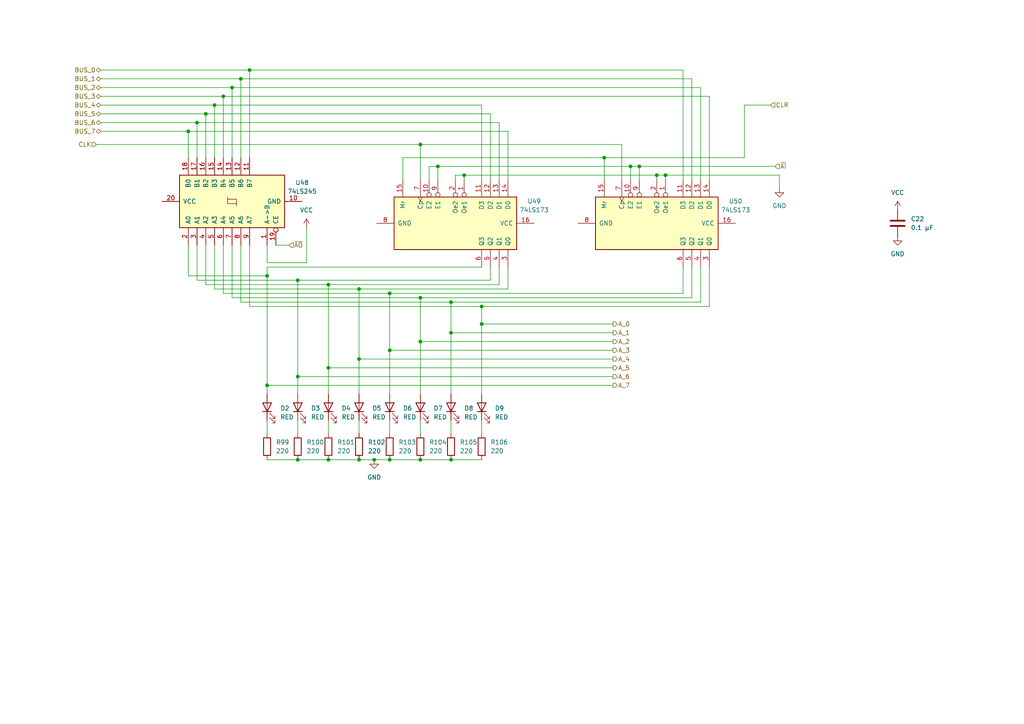
<source format=kicad_sch>
(kicad_sch (version 20250114) (generator "eeschema") (generator_version "9.0")
  (paper "A4")
  (title_block (title "8 bit PC") (date "2025-10-14") (rev "1"))
  (lib_symbols
    (symbol "74xx:74LS173" (pin_names (offset 1.016))
      (property "Reference" "U" (at -7.62 19.05 0))
      (property "Value" "74LS173" (at -7.62 -19.05 0))
      (symbol "74LS173_1_0"
        (pin input line (at -12.7 15.24 0) (length 5.08) (name "D0") (number "14"))
        (pin input line (at -12.7 12.7 0) (length 5.08) (name "D1") (number "13"))
        (pin input line (at -12.7 10.16 0) (length 5.08) (name "D2") (number "12"))
        (pin input line (at -12.7 7.62 0) (length 5.08) (name "D3") (number "11"))
        (pin input inverted (at -12.7 2.54 0) (length 5.08) (name "Oe1") (number "1"))
        (pin input inverted (at -12.7 0 0) (length 5.08) (name "Oe2") (number "2"))
        (pin input inverted (at -12.7 -5.08 0) (length 5.08) (name "E1") (number "9"))
        (pin input inverted (at -12.7 -7.62 0) (length 5.08) (name "E2") (number "10"))
        (pin input clock (at -12.7 -10.16 0) (length 5.08) (name "Cp") (number "7"))
        (pin input line (at -12.7 -15.24 0) (length 5.08) (name "Mr") (number "15"))
        (pin power_in line (at 0 22.86 270) (length 5.08) (name "VCC") (number "16"))
        (pin power_in line (at 0 -22.86 90) (length 5.08) (name "GND") (number "8"))
        (pin tri_state line (at 12.7 15.24 180) (length 5.08) (name "Q0") (number "3"))
        (pin tri_state line (at 12.7 12.7 180) (length 5.08) (name "Q1") (number "4"))
        (pin tri_state line (at 12.7 10.16 180) (length 5.08) (name "Q2") (number "5"))
        (pin tri_state line (at 12.7 7.62 180) (length 5.08) (name "Q3") (number "6"))
      )
      (symbol "74LS173_1_1"
        (rectangle (start -7.62 17.78) (end 7.62 -17.78) (stroke (width 0.254)) (fill (type background)))
      )
    )
    (symbol "74xx:74LS245" (pin_names (offset 1.016))
      (property "Reference" "U" (at -7.62 16.51 0))
      (property "Value" "74LS245" (at -7.62 -16.51 0))
      (symbol "74LS245_1_0"
        (polyline (pts (xy -1.27 -1.27) (xy 0.635 -1.27) (xy 0.635 1.27) (xy 1.27 1.27)))
        (polyline (pts (xy -0.635 -1.27) (xy -0.635 1.27) (xy 0.635 1.27)))
        (pin tri_state line (at -12.7 12.7 0) (length 5.08) (name "A0") (number "2"))
        (pin tri_state line (at -12.7 10.16 0) (length 5.08) (name "A1") (number "3"))
        (pin tri_state line (at -12.7 7.62 0) (length 5.08) (name "A2") (number "4"))
        (pin tri_state line (at -12.7 5.08 0) (length 5.08) (name "A3") (number "5"))
        (pin tri_state line (at -12.7 2.54 0) (length 5.08) (name "A4") (number "6"))
        (pin tri_state line (at -12.7 0 0) (length 5.08) (name "A5") (number "7"))
        (pin tri_state line (at -12.7 -2.54 0) (length 5.08) (name "A6") (number "8"))
        (pin tri_state line (at -12.7 -5.08 0) (length 5.08) (name "A7") (number "9"))
        (pin input line (at -12.7 -10.16 0) (length 5.08) (name "A->B") (number "1"))
        (pin input inverted (at -12.7 -12.7 0) (length 5.08) (name "CE") (number "19"))
        (pin power_in line (at 0 20.32 270) (length 5.08) (name "VCC") (number "20"))
        (pin power_in line (at 0 -20.32 90) (length 5.08) (name "GND") (number "10"))
        (pin tri_state line (at 12.7 12.7 180) (length 5.08) (name "B0") (number "18"))
        (pin tri_state line (at 12.7 10.16 180) (length 5.08) (name "B1") (number "17"))
        (pin tri_state line (at 12.7 7.62 180) (length 5.08) (name "B2") (number "16"))
        (pin tri_state line (at 12.7 5.08 180) (length 5.08) (name "B3") (number "15"))
        (pin tri_state line (at 12.7 2.54 180) (length 5.08) (name "B4") (number "14"))
        (pin tri_state line (at 12.7 0 180) (length 5.08) (name "B5") (number "13"))
        (pin tri_state line (at 12.7 -2.54 180) (length 5.08) (name "B6") (number "12"))
        (pin tri_state line (at 12.7 -5.08 180) (length 5.08) (name "B7") (number "11"))
      )
      (symbol "74LS245_1_1"
        (rectangle (start -7.62 15.24) (end 7.62 -15.24) (stroke (width 0.254)) (fill (type background)))
      )
    )
    (symbol "Device:C" (pin_numbers (hide yes)) (pin_names (offset 0.254))
      (property "Reference" "C" (at 0.635 2.54 0))
      (property "Value" "C" (at 0.635 -2.54 0))
      (symbol "C_0_1"
        (polyline (pts (xy -2.032 0.762) (xy 2.032 0.762)) (stroke (width 0.508)))
        (polyline (pts (xy -2.032 -0.762) (xy 2.032 -0.762)) (stroke (width 0.508)))
      )
      (symbol "C_1_1"
        (pin passive line (at 0 3.81 270) (length 2.794) (name "~") (number "1"))
        (pin passive line (at 0 -3.81 90) (length 2.794) (name "~") (number "2"))
      )
    )
    (symbol "Device:LED" (pin_numbers (hide yes)) (pin_names (offset 1.016) (hide yes))
      (property "Reference" "D" (at 0 2.54 0))
      (property "Value" "LED" (at 0 -2.54 0))
      (symbol "LED_0_1"
        (polyline (pts (xy -3.048 -0.762) (xy -4.572 -2.286) (xy -3.81 -2.286) (xy -4.572 -2.286) (xy -4.572 -1.524)))
        (polyline (pts (xy -1.778 -0.762) (xy -3.302 -2.286) (xy -2.54 -2.286) (xy -3.302 -2.286) (xy -3.302 -1.524)))
        (polyline (pts (xy -1.27 0) (xy 1.27 0)))
        (polyline (pts (xy -1.27 -1.27) (xy -1.27 1.27)) (stroke (width 0.254)))
        (polyline (pts (xy 1.27 -1.27) (xy 1.27 1.27) (xy -1.27 0) (xy 1.27 -1.27)) (stroke (width 0.254)))
      )
      (symbol "LED_1_1"
        (pin passive line (at -3.81 0 0) (length 2.54) (name "K") (number "1"))
        (pin passive line (at 3.81 0 180) (length 2.54) (name "A") (number "2"))
      )
    )
    (symbol "Device:R" (pin_numbers (hide yes)) (pin_names (offset 0))
      (property "Reference" "R" (at 2.032 0 90))
      (property "Value" "R" (at 0 0 90))
      (symbol "R_0_1"
        (rectangle (start -1.016 -2.54) (end 1.016 2.54) (stroke (width 0.254)))
      )
      (symbol "R_1_1"
        (pin passive line (at 0 3.81 270) (length 1.27) (name "~") (number "1"))
        (pin passive line (at 0 -3.81 90) (length 1.27) (name "~") (number "2"))
      )
    )
    (symbol "power:GND" (power) (pin_numbers (hide yes)) (pin_names (offset 0) (hide yes))
      (property "Value" "GND" (at 0 -3.81 0))
      (symbol "GND_0_1"
        (polyline (pts (xy 0 0) (xy 0 -1.27) (xy 1.27 -1.27) (xy 0 -2.54) (xy -1.27 -1.27) (xy 0 -1.27)))
      )
      (symbol "GND_1_1"
        (pin power_in line (at 0 0 270) (length 0) (name "~") (number "1"))
      )
    )
    (symbol "power:VCC" (power) (pin_numbers (hide yes)) (pin_names (offset 0) (hide yes))
      (property "Value" "VCC" (at 0 3.556 0))
      (symbol "VCC_0_1"
        (polyline (pts (xy -0.762 1.27) (xy 0 2.54)))
        (polyline (pts (xy 0 2.54) (xy 0.762 1.27)))
        (polyline (pts (xy 0 0) (xy 0 2.54)))
      )
      (symbol "VCC_1_1"
        (pin power_in line (at 0 0 90) (length 0) (name "~") (number "1"))
      )
    )
  )
  (junction (at 57.15 35.56))
  (junction (at 139.7 93.98))
  (junction (at 185.42 48.26))
  (junction (at 121.92 41.91))
  (junction (at 54.61 38.1))
  (junction (at 130.81 87.63))
  (junction (at 175.26 45.72))
  (junction (at 86.36 109.22))
  (junction (at 108.5306 133.35))
  (junction (at 113.03 85.09))
  (junction (at 130.81 96.52))
  (junction (at 67.31 25.4))
  (junction (at 134.62 50.8))
  (junction (at 104.14 104.14))
  (junction (at 121.92 86.36))
  (junction (at 193.04 50.8))
  (junction (at 86.36 81.28))
  (junction (at 121.92 99.06))
  (junction (at 95.25 82.55))
  (junction (at 86.36 133.35))
  (junction (at 72.39 20.32))
  (junction (at 113.03 133.35))
  (junction (at 130.81 133.35))
  (junction (at 127 48.26))
  (junction (at 69.85 22.86))
  (junction (at 182.88 48.26))
  (junction (at 121.92 133.35))
  (junction (at 139.7 88.9))
  (junction (at 95.25 106.68))
  (junction (at 95.25 133.35))
  (junction (at 59.69 33.02))
  (junction (at 113.03 101.6))
  (junction (at 190.5 50.8))
  (junction (at 77.47 80.01))
  (junction (at 104.14 133.35))
  (junction (at 104.14 83.82))
  (junction (at 62.23 30.48))
  (junction (at 64.77 27.94))
  (junction (at 77.47 111.76))
  (wire (pts (xy 72.39 20.32) (xy 72.39 45.72)))
  (wire (pts (xy 104.14 104.14) (xy 177.8 104.14)))
  (wire (pts (xy 139.7 77.47) (xy 77.47 77.47)))
  (wire (pts (xy 69.85 87.63) (xy 130.81 87.63)))
  (wire (pts (xy 57.15 81.28) (xy 86.36 81.28)))
  (wire (pts (xy 121.92 121.92) (xy 121.92 125.73)))
  (wire (pts (xy 86.36 121.92) (xy 86.36 125.73)))
  (wire (pts (xy 144.78 35.56) (xy 144.78 52.07)))
  (wire (pts (xy 104.14 121.92) (xy 104.14 125.73)))
  (wire (pts (xy 147.32 77.47) (xy 147.32 83.82)))
  (wire (pts (xy 142.24 81.28) (xy 86.36 81.28)))
  (wire (pts (xy 104.14 133.35) (xy 108.5306 133.35)))
  (wire (pts (xy 144.78 82.55) (xy 95.25 82.55)))
  (wire (pts (xy 57.15 35.56) (xy 57.15 45.72)))
  (wire (pts (xy 121.92 99.06) (xy 177.8 99.06)))
  (wire (pts (xy 29.21 30.48) (xy 62.23 30.48)))
  (wire (pts (xy 177.8 93.98) (xy 139.7 93.98)))
  (wire (pts (xy 193.04 50.8) (xy 193.04 52.07)))
  (wire (pts (xy 62.23 30.48) (xy 62.23 45.72)))
  (wire (pts (xy 113.03 101.6) (xy 113.03 114.3)))
  (wire (pts (xy 147.32 38.1) (xy 147.32 52.07)))
  (wire (pts (xy 59.69 71.12) (xy 59.69 82.55)))
  (wire (pts (xy 64.77 27.94) (xy 205.74 27.94)))
  (wire (pts (xy 190.5 50.8) (xy 190.5 52.07)))
  (wire (pts (xy 77.47 133.35) (xy 86.36 133.35)))
  (wire (pts (xy 121.92 86.36) (xy 121.92 99.06)))
  (wire (pts (xy 147.32 83.82) (xy 104.14 83.82)))
  (wire (pts (xy 177.8 96.52) (xy 130.81 96.52)))
  (wire (pts (xy 29.21 33.02) (xy 59.69 33.02)))
  (wire (pts (xy 203.2 77.47) (xy 203.2 87.63)))
  (wire (pts (xy 29.21 25.4) (xy 67.31 25.4)))
  (wire (pts (xy 62.23 83.82) (xy 104.14 83.82)))
  (wire (pts (xy 142.24 33.02) (xy 142.24 52.07)))
  (wire (pts (xy 72.39 88.9) (xy 139.7 88.9)))
  (wire (pts (xy 198.12 77.47) (xy 198.12 85.09)))
  (wire (pts (xy 113.03 101.6) (xy 177.8 101.6)))
  (wire (pts (xy 130.81 121.92) (xy 130.81 125.73)))
  (wire (pts (xy 104.14 83.82) (xy 104.14 104.14)))
  (wire (pts (xy 203.2 25.4) (xy 203.2 52.07)))
  (wire (pts (xy 185.42 48.26) (xy 185.42 52.07)))
  (wire (pts (xy 69.85 22.86) (xy 200.66 22.86)))
  (wire (pts (xy 205.74 27.94) (xy 205.74 52.07)))
  (wire (pts (xy 121.92 41.91) (xy 180.34 41.91)))
  (wire (pts (xy 127 48.26) (xy 124.46 48.26)))
  (wire (pts (xy 113.03 85.09) (xy 113.03 101.6)))
  (wire (pts (xy 80.01 71.12) (xy 83.82 71.12)))
  (wire (pts (xy 142.24 77.47) (xy 142.24 81.28)))
  (wire (pts (xy 175.26 45.72) (xy 175.26 52.07)))
  (wire (pts (xy 86.36 81.28) (xy 86.36 109.22)))
  (wire (pts (xy 205.74 88.9) (xy 139.7 88.9)))
  (wire (pts (xy 29.21 20.32) (xy 72.39 20.32)))
  (wire (pts (xy 69.85 71.12) (xy 69.85 87.63)))
  (wire (pts (xy 54.61 38.1) (xy 147.32 38.1)))
  (wire (pts (xy 59.69 33.02) (xy 142.24 33.02)))
  (wire (pts (xy 29.21 35.56) (xy 57.15 35.56)))
  (wire (pts (xy 86.36 133.35) (xy 95.25 133.35)))
  (wire (pts (xy 95.25 121.92) (xy 95.25 125.73)))
  (wire (pts (xy 64.77 27.94) (xy 64.77 45.72)))
  (wire (pts (xy 29.21 22.86) (xy 69.85 22.86)))
  (wire (pts (xy 198.12 20.32) (xy 198.12 52.07)))
  (wire (pts (xy 77.47 111.76) (xy 77.47 114.3)))
  (wire (pts (xy 175.26 45.72) (xy 215.9 45.72)))
  (wire (pts (xy 57.15 71.12) (xy 57.15 81.28)))
  (wire (pts (xy 224.79 48.26) (xy 185.42 48.26)))
  (wire (pts (xy 77.47 77.47) (xy 77.47 80.01)))
  (wire (pts (xy 67.31 71.12) (xy 67.31 86.36)))
  (wire (pts (xy 95.25 106.68) (xy 95.25 114.3)))
  (wire (pts (xy 116.84 45.72) (xy 175.26 45.72)))
  (wire (pts (xy 180.34 52.07) (xy 180.34 41.91)))
  (wire (pts (xy 95.25 106.68) (xy 177.8 106.68)))
  (wire (pts (xy 59.69 33.02) (xy 59.69 45.72)))
  (wire (pts (xy 226.06 50.8) (xy 226.06 54.61)))
  (wire (pts (xy 190.5 50.8) (xy 193.04 50.8)))
  (wire (pts (xy 124.46 48.26) (xy 124.46 52.07)))
  (wire (pts (xy 67.31 25.4) (xy 203.2 25.4)))
  (wire (pts (xy 134.62 50.8) (xy 134.62 52.07)))
  (wire (pts (xy 130.81 133.35) (xy 139.7 133.35)))
  (wire (pts (xy 200.66 86.36) (xy 121.92 86.36)))
  (wire (pts (xy 86.36 109.22) (xy 86.36 114.3)))
  (wire (pts (xy 72.39 20.32) (xy 198.12 20.32)))
  (wire (pts (xy 57.15 35.56) (xy 144.78 35.56)))
  (wire (pts (xy 121.92 133.35) (xy 130.81 133.35)))
  (wire (pts (xy 215.9 30.48) (xy 223.52 30.48)))
  (wire (pts (xy 77.47 76.2) (xy 88.9 76.2)))
  (wire (pts (xy 67.31 25.4) (xy 67.31 45.72)))
  (wire (pts (xy 77.47 121.92) (xy 77.47 125.73)))
  (wire (pts (xy 130.81 96.52) (xy 130.81 114.3)))
  (wire (pts (xy 193.04 50.8) (xy 226.06 50.8)))
  (wire (pts (xy 29.21 27.94) (xy 64.77 27.94)))
  (wire (pts (xy 113.03 121.92) (xy 113.03 125.73)))
  (wire (pts (xy 203.2 87.63) (xy 130.81 87.63)))
  (wire (pts (xy 67.31 86.36) (xy 121.92 86.36)))
  (wire (pts (xy 139.7 121.92) (xy 139.7 125.73)))
  (wire (pts (xy 182.88 48.26) (xy 127 48.26)))
  (wire (pts (xy 127 48.26) (xy 127 52.07)))
  (wire (pts (xy 62.23 71.12) (xy 62.23 83.82)))
  (wire (pts (xy 95.25 133.35) (xy 104.14 133.35)))
  (wire (pts (xy 185.42 48.26) (xy 182.88 48.26)))
  (wire (pts (xy 200.66 22.86) (xy 200.66 52.07)))
  (wire (pts (xy 200.66 77.47) (xy 200.66 86.36)))
  (wire (pts (xy 177.8 111.76) (xy 77.47 111.76)))
  (wire (pts (xy 77.47 71.12) (xy 77.47 76.2)))
  (wire (pts (xy 139.7 88.9) (xy 139.7 93.98)))
  (wire (pts (xy 54.61 71.12) (xy 54.61 80.01)))
  (wire (pts (xy 95.25 82.55) (xy 95.25 106.68)))
  (wire (pts (xy 132.08 52.07) (xy 132.08 50.8)))
  (wire (pts (xy 132.08 50.8) (xy 134.62 50.8)))
  (wire (pts (xy 121.92 41.91) (xy 121.92 52.07)))
  (wire (pts (xy 59.69 82.55) (xy 95.25 82.55)))
  (wire (pts (xy 113.03 133.35) (xy 121.92 133.35)))
  (wire (pts (xy 77.47 80.01) (xy 77.47 111.76)))
  (wire (pts (xy 69.85 22.86) (xy 69.85 45.72)))
  (wire (pts (xy 215.9 45.72) (xy 215.9 30.48)))
  (wire (pts (xy 130.81 87.63) (xy 130.81 96.52)))
  (wire (pts (xy 72.39 71.12) (xy 72.39 88.9)))
  (wire (pts (xy 54.61 38.1) (xy 54.61 45.72)))
  (wire (pts (xy 139.7 30.48) (xy 139.7 52.07)))
  (wire (pts (xy 104.14 104.14) (xy 104.14 114.3)))
  (wire (pts (xy 64.77 85.09) (xy 113.03 85.09)))
  (wire (pts (xy 108.5306 133.35) (xy 113.03 133.35)))
  (wire (pts (xy 205.74 77.47) (xy 205.74 88.9)))
  (wire (pts (xy 139.7 93.98) (xy 139.7 114.3)))
  (wire (pts (xy 62.23 30.48) (xy 139.7 30.48)))
  (wire (pts (xy 144.78 77.47) (xy 144.78 82.55)))
  (wire (pts (xy 29.21 38.1) (xy 54.61 38.1)))
  (wire (pts (xy 27.94 41.91) (xy 121.92 41.91)))
  (wire (pts (xy 177.8 109.22) (xy 86.36 109.22)))
  (wire (pts (xy 121.92 99.06) (xy 121.92 114.3)))
  (wire (pts (xy 64.77 71.12) (xy 64.77 85.09)))
  (wire (pts (xy 134.62 50.8) (xy 190.5 50.8)))
  (wire (pts (xy 182.88 48.26) (xy 182.88 52.07)))
  (wire (pts (xy 88.9 76.2) (xy 88.9 66.04)))
  (wire (pts (xy 54.61 80.01) (xy 77.47 80.01)))
  (wire (pts (xy 113.03 85.09) (xy 198.12 85.09)))
  (wire (pts (xy 116.84 52.07) (xy 116.84 45.72)))
  (hierarchical_label "~{AO}" (shape input) (at 83.82 71.12 0))
  (hierarchical_label "BUS_4" (shape bidirectional) (at 29.21 30.48 180))
  (hierarchical_label "BUS_6" (shape bidirectional) (at 29.21 35.56 180))
  (hierarchical_label "A_2" (shape output) (at 177.8 99.06 0))
  (hierarchical_label "A_7" (shape output) (at 177.8 111.76 0))
  (hierarchical_label "BUS_5" (shape bidirectional) (at 29.21 33.02 180))
  (hierarchical_label "BUS_2" (shape bidirectional) (at 29.21 25.4 180))
  (hierarchical_label "BUS_7" (shape bidirectional) (at 29.21 38.1 180))
  (hierarchical_label "A_3" (shape output) (at 177.8 101.6 0))
  (hierarchical_label "A_0" (shape output) (at 177.8 93.98 0))
  (hierarchical_label "A_6" (shape output) (at 177.8 109.22 0))
  (hierarchical_label "BUS_3" (shape bidirectional) (at 29.21 27.94 180))
  (hierarchical_label "A_5" (shape output) (at 177.8 106.68 0))
  (hierarchical_label "A_1" (shape output) (at 177.8 96.52 0))
  (hierarchical_label "BUS_0" (shape bidirectional) (at 29.21 20.32 180))
  (hierarchical_label "CLR" (shape input) (at 223.52 30.48 0))
  (hierarchical_label "~{AI}" (shape input) (at 224.79 48.26 0))
  (hierarchical_label "CLK" (shape input) (at 27.94 41.91 180))
  (hierarchical_label "A_4" (shape output) (at 177.8 104.14 0))
  (hierarchical_label "BUS_1" (shape bidirectional) (at 29.21 22.86 180))
  (symbol (lib_id "power:GND") (at 108.5306 133.35 0) (unit 1)
    (property "Reference" "#PWR0130" (effects (hide yes)))
    (property "Value" "GND" (at 108.5306 138.4467 0))
    (property "Description" "Power symbol creates a global label with name \"GND\" , ground" (effects (hide yes)))
  )
  (symbol (lib_id "Device:LED") (at 130.81 118.11 90) (unit 1)
    (property "Reference" "D8" (at 134.62 118.4274 90) (effects (justify right)))
    (property "Value" "RED" (at 134.62 120.9674 90) (effects (justify right)))
    (property "Footprint" "LED_THT:LED_D3.0mm" (effects (hide yes)))
    (property "Description" "Light emitting diode" (effects (hide yes)))
    (property "Sim.Pins" "1=K 2=A" (effects (hide yes)))
  )
  (symbol (lib_id "Device:R") (at 130.81 129.54 0) (unit 1)
    (property "Reference" "R105" (at 133.35 128.2699 0) (effects (justify left)))
    (property "Value" "220" (at 133.35 130.8099 0) (effects (justify left)))
    (property "Footprint" "Resistor_THT:R_Axial_DIN0207_L6.3mm_D2.5mm_P7.62mm_Horizontal" (effects (hide yes)))
    (property "Description" "Resistor" (effects (hide yes)))
  )
  (symbol (lib_id "Device:LED") (at 121.92 118.11 90) (unit 1)
    (property "Reference" "D7" (at 125.73 118.4274 90) (effects (justify right)))
    (property "Value" "RED" (at 125.73 120.9674 90) (effects (justify right)))
    (property "Footprint" "LED_THT:LED_D3.0mm" (effects (hide yes)))
    (property "Description" "Light emitting diode" (effects (hide yes)))
    (property "Sim.Pins" "1=K 2=A" (effects (hide yes)))
  )
  (symbol (lib_id "74xx:74LS173") (at 190.5 64.77 270) (unit 1)
    (property "Reference" "U50" (at 213.36 58.3498 90))
    (property "Value" "74LS173" (at 213.36 60.8898 90))
    (property "Datasheet" "http://www.ti.com/lit/gpn/sn74LS173" (effects (hide yes)))
    (property "Description" "4-bit D-type Register, 3 state out" (effects (hide yes)))
  )
  (symbol (lib_id "Device:R") (at 95.25 129.54 0) (unit 1)
    (property "Reference" "R101" (at 97.79 128.2699 0) (effects (justify left)))
    (property "Value" "220" (at 97.79 130.8099 0) (effects (justify left)))
    (property "Footprint" "Resistor_THT:R_Axial_DIN0207_L6.3mm_D2.5mm_P7.62mm_Horizontal" (effects (hide yes)))
    (property "Description" "Resistor" (effects (hide yes)))
  )
  (symbol (lib_id "Device:R") (at 139.7 129.54 0) (unit 1)
    (property "Reference" "R106" (at 142.24 128.2699 0) (effects (justify left)))
    (property "Value" "220" (at 142.24 130.8099 0) (effects (justify left)))
    (property "Footprint" "Resistor_THT:R_Axial_DIN0207_L6.3mm_D2.5mm_P7.62mm_Horizontal" (effects (hide yes)))
    (property "Description" "Resistor" (effects (hide yes)))
  )
  (symbol (lib_id "power:GND") (at 260.35 68.58 0) (unit 1)
    (property "Reference" "#PWR0109" (effects (hide yes)))
    (property "Value" "GND" (at 260.35 73.66 0))
    (property "Description" "Power symbol creates a global label with name \"GND\" , ground" (effects (hide yes)))
  )
  (symbol (lib_id "74xx:74LS245") (at 67.31 58.42 90) (unit 1)
    (property "Reference" "U48" (at 87.63 52.9746 90))
    (property "Value" "74LS245" (at 87.63 55.5146 90))
    (property "Datasheet" "http://www.ti.com/lit/gpn/sn74LS245" (effects (hide yes)))
    (property "Description" "Octal BUS Transceivers, 3-State outputs" (effects (hide yes)))
  )
  (symbol (lib_id "power:GND") (at 226.06 54.61 0) (unit 1)
    (property "Reference" "#PWR0108" (effects (hide yes)))
    (property "Value" "GND" (at 226.06 59.69 0))
    (property "Description" "Power symbol creates a global label with name \"GND\" , ground" (effects (hide yes)))
  )
  (symbol (lib_id "Device:R") (at 113.03 129.54 0) (unit 1)
    (property "Reference" "R103" (at 115.57 128.2699 0) (effects (justify left)))
    (property "Value" "220" (at 115.57 130.8099 0) (effects (justify left)))
    (property "Footprint" "Resistor_THT:R_Axial_DIN0207_L6.3mm_D2.5mm_P7.62mm_Horizontal" (effects (hide yes)))
    (property "Description" "Resistor" (effects (hide yes)))
  )
  (symbol (lib_id "power:VCC") (at 260.35 60.96 0) (unit 1)
    (property "Reference" "#PWR0107" (effects (hide yes)))
    (property "Value" "VCC" (at 260.35 55.88 0))
    (property "Description" "Power symbol creates a global label with name \"VCC\"" (effects (hide yes)))
  )
  (symbol (lib_id "Device:R") (at 121.92 129.54 0) (unit 1)
    (property "Reference" "R104" (at 124.46 128.2699 0) (effects (justify left)))
    (property "Value" "220" (at 124.46 130.8099 0) (effects (justify left)))
    (property "Footprint" "Resistor_THT:R_Axial_DIN0207_L6.3mm_D2.5mm_P7.62mm_Horizontal" (effects (hide yes)))
    (property "Description" "Resistor" (effects (hide yes)))
  )
  (symbol (lib_id "Device:LED") (at 77.47 118.11 90) (unit 1)
    (property "Reference" "D2" (at 81.28 118.4274 90) (effects (justify right)))
    (property "Value" "RED" (at 81.28 120.9674 90) (effects (justify right)))
    (property "Footprint" "LED_THT:LED_D3.0mm" (effects (hide yes)))
    (property "Description" "Light emitting diode" (effects (hide yes)))
    (property "Sim.Pins" "1=K 2=A" (effects (hide yes)))
  )
  (symbol (lib_id "Device:C") (at 260.35 64.77 0) (unit 1)
    (property "Reference" "C22" (at 264.16 63.4999 0) (effects (justify left)))
    (property "Value" "0.1 µF" (at 264.16 66.0399 0) (effects (justify left)))
    (property "Footprint" "Capacitor_THT:C_Radial_D5.0mm_H5.0mm_P2.00mm" (effects (hide yes)))
    (property "Description" "Unpolarized capacitor" (effects (hide yes)))
  )
  (symbol (lib_id "Device:R") (at 104.14 129.54 0) (unit 1)
    (property "Reference" "R102" (at 106.68 128.2699 0) (effects (justify left)))
    (property "Value" "220" (at 106.68 130.8099 0) (effects (justify left)))
    (property "Footprint" "Resistor_THT:R_Axial_DIN0207_L6.3mm_D2.5mm_P7.62mm_Horizontal" (effects (hide yes)))
    (property "Description" "Resistor" (effects (hide yes)))
  )
  (symbol (lib_id "Device:LED") (at 86.36 118.11 90) (unit 1)
    (property "Reference" "D3" (at 90.17 118.4274 90) (effects (justify right)))
    (property "Value" "RED" (at 90.17 120.9674 90) (effects (justify right)))
    (property "Footprint" "LED_THT:LED_D3.0mm" (effects (hide yes)))
    (property "Description" "Light emitting diode" (effects (hide yes)))
    (property "Sim.Pins" "1=K 2=A" (effects (hide yes)))
  )
  (symbol (lib_id "power:VCC") (at 88.9 66.04 0) (unit 1)
    (property "Reference" "#PWR0106" (effects (hide yes)))
    (property "Value" "VCC" (at 88.9 60.96 0))
    (property "Description" "Power symbol creates a global label with name \"VCC\"" (effects (hide yes)))
  )
  (symbol (lib_id "Device:LED") (at 95.25 118.11 90) (unit 1)
    (property "Reference" "D4" (at 99.06 118.4274 90) (effects (justify right)))
    (property "Value" "RED" (at 99.06 120.9674 90) (effects (justify right)))
    (property "Footprint" "LED_THT:LED_D3.0mm" (effects (hide yes)))
    (property "Description" "Light emitting diode" (effects (hide yes)))
    (property "Sim.Pins" "1=K 2=A" (effects (hide yes)))
  )
  (symbol (lib_id "Device:R") (at 77.47 129.54 0) (unit 1)
    (property "Reference" "R99" (at 80.01 128.2699 0) (effects (justify left)))
    (property "Value" "220" (at 80.01 130.8099 0) (effects (justify left)))
    (property "Footprint" "Resistor_THT:R_Axial_DIN0207_L6.3mm_D2.5mm_P7.62mm_Horizontal" (effects (hide yes)))
    (property "Description" "Resistor" (effects (hide yes)))
  )
  (symbol (lib_id "74xx:74LS173") (at 132.08 64.77 270) (unit 1)
    (property "Reference" "U49" (at 154.94 58.3498 90))
    (property "Value" "74LS173" (at 154.94 60.8898 90))
    (property "Datasheet" "http://www.ti.com/lit/gpn/sn74LS173" (effects (hide yes)))
    (property "Description" "4-bit D-type Register, 3 state out" (effects (hide yes)))
  )
  (symbol (lib_id "Device:LED") (at 104.14 118.11 90) (unit 1)
    (property "Reference" "D5" (at 107.95 118.4274 90) (effects (justify right)))
    (property "Value" "RED" (at 107.95 120.9674 90) (effects (justify right)))
    (property "Footprint" "LED_THT:LED_D3.0mm" (effects (hide yes)))
    (property "Description" "Light emitting diode" (effects (hide yes)))
    (property "Sim.Pins" "1=K 2=A" (effects (hide yes)))
  )
  (symbol (lib_id "Device:LED") (at 139.7 118.11 90) (unit 1)
    (property "Reference" "D9" (at 143.51 118.4274 90) (effects (justify right)))
    (property "Value" "RED" (at 143.51 120.9674 90) (effects (justify right)))
    (property "Footprint" "LED_THT:LED_D3.0mm" (effects (hide yes)))
    (property "Description" "Light emitting diode" (effects (hide yes)))
    (property "Sim.Pins" "1=K 2=A" (effects (hide yes)))
  )
  (symbol (lib_id "Device:LED") (at 113.03 118.11 90) (unit 1)
    (property "Reference" "D6" (at 116.84 118.4274 90) (effects (justify right)))
    (property "Value" "RED" (at 116.84 120.9674 90) (effects (justify right)))
    (property "Footprint" "LED_THT:LED_D3.0mm" (effects (hide yes)))
    (property "Description" "Light emitting diode" (effects (hide yes)))
    (property "Sim.Pins" "1=K 2=A" (effects (hide yes)))
  )
  (symbol (lib_id "Device:R") (at 86.36 129.54 0) (unit 1)
    (property "Reference" "R100" (at 88.9 128.2699 0) (effects (justify left)))
    (property "Value" "220" (at 88.9 130.8099 0) (effects (justify left)))
    (property "Footprint" "Resistor_THT:R_Axial_DIN0207_L6.3mm_D2.5mm_P7.62mm_Horizontal" (effects (hide yes)))
    (property "Description" "Resistor" (effects (hide yes)))
  )
)
</source>
